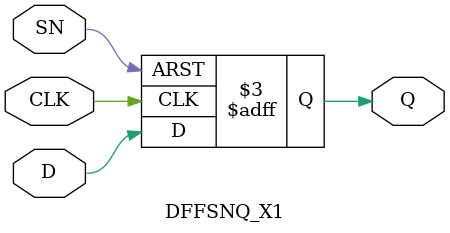
<source format=v>
module INV_X12(I, ZN);
input I;
output ZN;
assign ZN=~I;
endmodule


module BUF_X8(I, Z);
input I;
output Z;
assign Z=I;
endmodule

module INV_X8(I, ZN);
input I;
output ZN;
assign ZN=~I;
endmodule


module BUF_X4(I, Z);
input I;
output Z;
assign Z=I;
endmodule

module INV_X4(I, ZN);
input I;
output ZN;
assign ZN=~I;
endmodule

module BUF_X2(I, Z);
input I;
output Z;
assign Z=I;
endmodule

module INV_X2(I, ZN);
input I;
output ZN;
assign ZN=~I;
endmodule

module AND2_X2(A1, A2, Z);
input A1, A2;
output Z;
assign Z=(A1 & A2);
endmodule

module OR2_X2(A1, A2, Z);
input A1, A2;
output Z;
assign Z=(A1 | A2);
endmodule

module NAND2_X2(A1, A2, ZN);
input A1, A2;
output ZN;
assign ZN=~(A1 & A2);
endmodule


module NOR2_X2(A1, A2, ZN);
input A1, A2;
output ZN;
assign ZN=~(A1 | A2);
endmodule


module XOR2_X2(A1, A2, Z);
input A1, A2;
output Z;
assign Z=(A1 ^ A2);
endmodule

module XNOR2_X2(A1, A2, ZN);
input A1, A2;
output ZN;
assign ZN=~(A1 ^ A2);
endmodule


module BUF_X1(I, Z);
input I;
output Z;
assign Z=I;
endmodule

module INV_X1(I, ZN);
input I;
output ZN;
assign ZN=~I;
endmodule

module AND2_X1(A1, A2, Z);
input A1, A2;
output Z;
assign Z=(A1 & A2);
endmodule

module OR2_X1(A1, A2, Z);
input A1, A2;
output Z;
assign Z=(A1 | A2);
endmodule

module NAND2_X1(A1, A2, ZN);
input A1, A2;
output ZN;
assign ZN=~(A1 & A2);
endmodule


module NOR2_X1(A1, A2, ZN);
input A1, A2;
output ZN;
assign ZN=~(A1 | A2);
endmodule


module XOR2_X1(A1, A2, Z);
input A1, A2;
output Z;
assign Z=(A1 ^ A2);
endmodule

module XNOR2_X1(A1, A2, ZN);
input A1, A2;
output ZN;
assign ZN=~(A1 ^ A2);
endmodule





module DFFRNQ_X1 (D,CLK,RN,Q);
input CLK,RN, D;
output reg Q;
always @(posedge CLK,negedge RN)begin
    if(!RN)Q<=0;
    else Q <= D;
end	
endmodule



module DFFSNQ_X1 (D,CLK,SN,Q);
input CLK,SN, D;
output reg Q;
always @(posedge CLK,negedge SN)begin
    if(!SN)Q<=1;
    else Q <= D;
end	
endmodule


</source>
